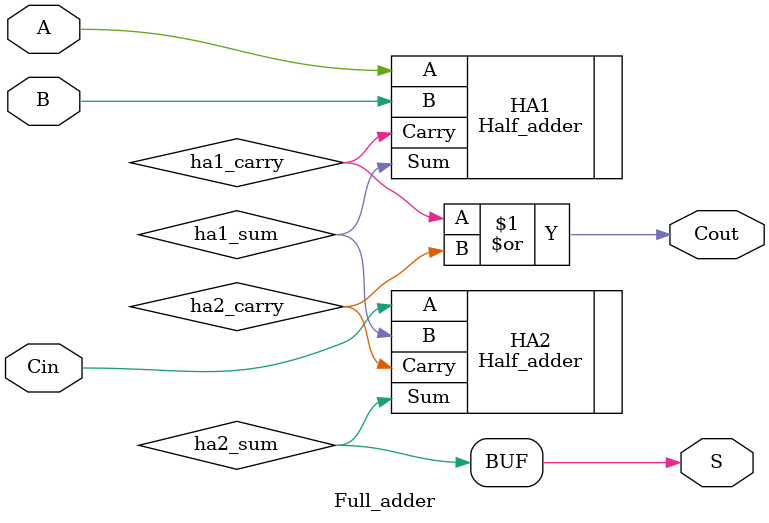
<source format=v>
module Full_adder (A, B, Cin, S, Cout);
input A, B, Cin;
output S, Cout;

// internal wires
wire ha1_sum, ha2_sum;
wire ha1_carry, ha2_carry;

// instance HA1
Half_adder HA1 (
	.A(A),
	.B(B),
	.Sum(ha1_sum),
	.Carry(ha1_carry)
	);

Half_adder HA2 (
	.A(Cin),
	.B(ha1_sum),
	.Sum(ha2_sum),
	.Carry(ha2_carry)
	);

// Assitn the sum output
assign S = ha2_sum;
assign Cout = ha1_carry | ha2_carry;

endmodule

</source>
